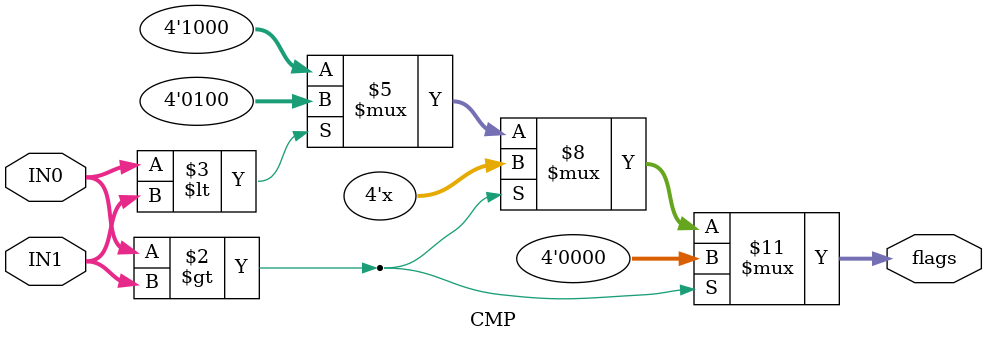
<source format=v>
module CMP (IN0, IN1, flags);
parameter N=16;
input [(N-1):0] IN0, IN1;
output [3:0] flags;
reg [3:0] flags;
always @ *
begin
if (IN0 > IN1) 
	flags = 4'b0000;
else if (IN0 < IN1) 
	flags = 4'b0100;
else 
	flags = 4'b1000;
end
endmodule

</source>
